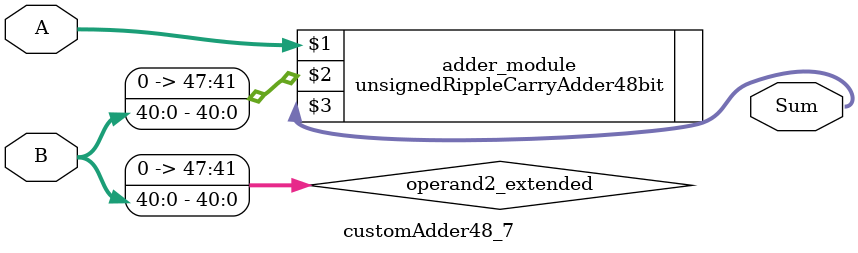
<source format=v>
module customAdder48_7(
                        input [47 : 0] A,
                        input [40 : 0] B,
                        
                        output [48 : 0] Sum
                );

        wire [47 : 0] operand2_extended;
        
        assign operand2_extended =  {7'b0, B};
        
        unsignedRippleCarryAdder48bit adder_module(
            A,
            operand2_extended,
            Sum
        );
        
        endmodule
        
</source>
